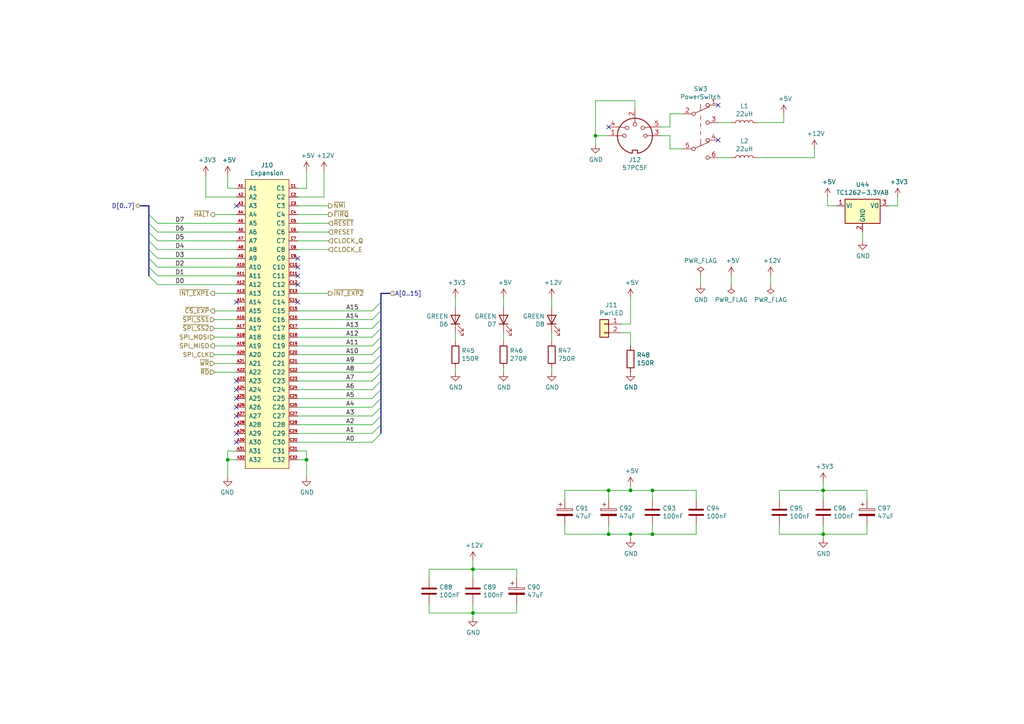
<source format=kicad_sch>
(kicad_sch (version 20211123) (generator eeschema)
  (paper "A4")
  (title_block (title "Y Ddraig Fach") (company "Stephen Moody"))
  (lib_symbols
    (symbol "Connector:DIN-5_180degree" (pin_names (offset 1.016))
      (property "Reference" "J" (at 3.175 5.715 0))
      (property "Value" "DIN-5_180degree" (at 0 -6.35 0))
      (symbol "DIN-5_180degree_0_1"
        (arc (start -5.08 0) (mid -3.8597 -3.3379) (end -0.762 -5.08) (stroke (width 0.254)))
        (circle (center -3.048 0) (radius 0.508))
        (circle (center -2.286 2.286) (radius 0.508))
        (polyline (pts (xy -5.08 0) (xy -3.556 0)))
        (polyline (pts (xy 0 5.08) (xy 0 3.81)))
        (polyline (pts (xy 5.08 0) (xy 3.556 0)))
        (polyline (pts (xy -5.08 2.54) (xy -4.318 2.54) (xy -2.794 2.286)))
        (polyline (pts (xy 5.08 2.54) (xy 4.318 2.54) (xy 2.794 2.286)))
        (polyline (pts (xy -0.762 -4.953) (xy -0.762 -4.191) (xy 0.762 -4.191) (xy 0.762 -4.953)) (stroke (width 0.254)))
        (circle (center 0 3.302) (radius 0.508))
        (arc (start 0.762 -5.08) (mid 3.8673 -3.3444) (end 5.08 0) (stroke (width 0.254)))
        (circle (center 2.286 2.286) (radius 0.508))
        (circle (center 3.048 0) (radius 0.508))
        (arc (start 5.08 0) (mid 0 5.08) (end -5.08 0) (stroke (width 0.254)))
      )
      (symbol "DIN-5_180degree_1_1"
        (pin passive line (at -7.62 0 0) (length 2.54) (name "~") (number "1"))
        (pin passive line (at 0 7.62 270) (length 2.54) (name "~") (number "2"))
        (pin passive line (at 7.62 0 180) (length 2.54) (name "~") (number "3"))
        (pin passive line (at -7.62 2.54 0) (length 2.54) (name "~") (number "4"))
        (pin passive line (at 7.62 2.54 180) (length 2.54) (name "~") (number "5"))
      )
    )
    (symbol "Connector_Generic:Conn_01x02" (pin_names (offset 1.016) hide)
      (property "Reference" "J" (at 0 2.54 0))
      (property "Value" "Conn_01x02" (at 0 -5.08 0))
      (symbol "Conn_01x02_1_1"
        (rectangle (start -1.27 -2.413) (end 0 -2.667) (stroke (width 0.1524)))
        (rectangle (start -1.27 0.127) (end 0 -0.127) (stroke (width 0.1524)))
        (rectangle (start -1.27 1.27) (end 1.27 -3.81) (stroke (width 0.254)) (fill (type background)))
        (pin passive line (at -5.08 0 0) (length 3.81) (name "Pin_1") (number "1"))
        (pin passive line (at -5.08 -2.54 0) (length 3.81) (name "Pin_2") (number "2"))
      )
    )
    (symbol "Ddraig:DIN41612_C64_Male_RA" (pin_names (offset 1.016))
      (property "Reference" "J" (at -11.43 53.34 0))
      (property "Value" "DIN41612_C64_Male_RA" (at -2.54 50.8 0))
      (symbol "DIN41612_C64_Male_RA_0_1"
        (rectangle (start -6.35 48.26) (end 6.35 -35.56) (fill (type background)))
      )
      (symbol "DIN41612_C64_Male_RA_1_1"
        (pin passive line (at -8.89 45.72 0) (length 2.54) (name "A1") (number "A1"))
        (pin passive line (at -8.89 22.86 0) (length 2.54) (name "A10") (number "A10"))
        (pin passive line (at -8.89 20.32 0) (length 2.54) (name "A11") (number "A11"))
        (pin passive line (at -8.89 17.78 0) (length 2.54) (name "A12") (number "A12"))
        (pin passive line (at -8.89 15.24 0) (length 2.54) (name "A13") (number "A13"))
        (pin passive line (at -8.89 12.7 0) (length 2.54) (name "A14") (number "A14"))
        (pin passive line (at -8.89 10.16 0) (length 2.54) (name "A15") (number "A15"))
        (pin passive line (at -8.89 7.62 0) (length 2.54) (name "A16") (number "A16"))
        (pin passive line (at -8.89 5.08 0) (length 2.54) (name "A17") (number "A17"))
        (pin passive line (at -8.89 2.54 0) (length 2.54) (name "A18") (number "A18"))
        (pin passive line (at -8.89 0 0) (length 2.54) (name "A19") (number "A19"))
        (pin passive line (at -8.89 43.18 0) (length 2.54) (name "A2") (number "A2"))
        (pin passive line (at -8.89 -2.54 0) (length 2.54) (name "A20") (number "A20"))
        (pin passive line (at -8.89 -5.08 0) (length 2.54) (name "A21") (number "A21"))
        (pin passive line (at -8.89 -7.62 0) (length 2.54) (name "A22") (number "A22"))
        (pin passive line (at -8.89 -10.16 0) (length 2.54) (name "A23") (number "A23"))
        (pin passive line (at -8.89 -12.7 0) (length 2.54) (name "A24") (number "A24"))
        (pin passive line (at -8.89 -15.24 0) (length 2.54) (name "A25") (number "A25"))
        (pin passive line (at -8.89 -17.78 0) (length 2.54) (name "A26") (number "A26"))
        (pin passive line (at -8.89 -20.32 0) (length 2.54) (name "A27") (number "A27"))
        (pin passive line (at -8.89 -22.86 0) (length 2.54) (name "A28") (number "A28"))
        (pin passive line (at -8.89 -25.4 0) (length 2.54) (name "A29") (number "A29"))
        (pin passive line (at -8.89 40.64 0) (length 2.54) (name "A3") (number "A3"))
        (pin passive line (at -8.89 -27.94 0) (length 2.54) (name "A30") (number "A30"))
        (pin passive line (at -8.89 -30.48 0) (length 2.54) (name "A31") (number "A31"))
        (pin passive line (at -8.89 -33.02 0) (length 2.54) (name "A32") (number "A32"))
        (pin passive line (at -8.89 38.1 0) (length 2.54) (name "A4") (number "A4"))
        (pin passive line (at -8.89 35.56 0) (length 2.54) (name "A5") (number "A5"))
        (pin passive line (at -8.89 33.02 0) (length 2.54) (name "A6") (number "A6"))
        (pin passive line (at -8.89 30.48 0) (length 2.54) (name "A7") (number "A7"))
        (pin passive line (at -8.89 27.94 0) (length 2.54) (name "A8") (number "A8"))
        (pin passive line (at -8.89 25.4 0) (length 2.54) (name "A9") (number "A9"))
        (pin passive line (at 8.89 45.72 180) (length 2.54) (name "C1") (number "C1"))
        (pin passive line (at 8.89 22.86 180) (length 2.54) (name "C10") (number "C10"))
        (pin passive line (at 8.89 20.32 180) (length 2.54) (name "C11") (number "C11"))
        (pin passive line (at 8.89 17.78 180) (length 2.54) (name "C12") (number "C12"))
        (pin passive line (at 8.89 15.24 180) (length 2.54) (name "C13") (number "C13"))
        (pin passive line (at 8.89 12.7 180) (length 2.54) (name "C14") (number "C14"))
        (pin passive line (at 8.89 10.16 180) (length 2.54) (name "C15") (number "C15"))
        (pin passive line (at 8.89 7.62 180) (length 2.54) (name "C16") (number "C16"))
        (pin passive line (at 8.89 5.08 180) (length 2.54) (name "C17") (number "C17"))
        (pin passive line (at 8.89 2.54 180) (length 2.54) (name "C18") (number "C18"))
        (pin passive line (at 8.89 0 180) (length 2.54) (name "C19") (number "C19"))
        (pin passive line (at 8.89 43.18 180) (length 2.54) (name "C2") (number "C2"))
        (pin passive line (at 8.89 -2.54 180) (length 2.54) (name "C20") (number "C20"))
        (pin passive line (at 8.89 -5.08 180) (length 2.54) (name "C21") (number "C21"))
        (pin passive line (at 8.89 -7.62 180) (length 2.54) (name "C22") (number "C22"))
        (pin passive line (at 8.89 -10.16 180) (length 2.54) (name "C23") (number "C23"))
        (pin passive line (at 8.89 -12.7 180) (length 2.54) (name "C24") (number "C24"))
        (pin passive line (at 8.89 -15.24 180) (length 2.54) (name "C25") (number "C25"))
        (pin passive line (at 8.89 -17.78 180) (length 2.54) (name "C26") (number "C26"))
        (pin passive line (at 8.89 -20.32 180) (length 2.54) (name "C27") (number "C27"))
        (pin passive line (at 8.89 -22.86 180) (length 2.54) (name "C28") (number "C28"))
        (pin passive line (at 8.89 -25.4 180) (length 2.54) (name "C29") (number "C29"))
        (pin passive line (at 8.89 40.64 180) (length 2.54) (name "C3") (number "C3"))
        (pin passive line (at 8.89 -27.94 180) (length 2.54) (name "C30") (number "C30"))
        (pin passive line (at 8.89 -30.48 180) (length 2.54) (name "C31") (number "C31"))
        (pin passive line (at 8.89 -33.02 180) (length 2.54) (name "C32") (number "C32"))
        (pin passive line (at 8.89 38.1 180) (length 2.54) (name "C4") (number "C4"))
        (pin passive line (at 8.89 35.56 180) (length 2.54) (name "C5") (number "C5"))
        (pin passive line (at 8.89 33.02 180) (length 2.54) (name "C6") (number "C6"))
        (pin passive line (at 8.89 30.48 180) (length 2.54) (name "C7") (number "C7"))
        (pin passive line (at 8.89 27.94 180) (length 2.54) (name "C8") (number "C8"))
        (pin passive line (at 8.89 25.4 180) (length 2.54) (name "C9") (number "C9"))
      )
    )
    (symbol "Device:C" (pin_numbers hide) (pin_names (offset 0.254))
      (property "Reference" "C" (at 0.635 2.54 0))
      (property "Value" "C" (at 0.635 -2.54 0))
      (symbol "C_0_1"
        (polyline (pts (xy -2.032 -0.762) (xy 2.032 -0.762)) (stroke (width 0.508)))
        (polyline (pts (xy -2.032 0.762) (xy 2.032 0.762)) (stroke (width 0.508)))
      )
      (symbol "C_1_1"
        (pin passive line (at 0 3.81 270) (length 2.794) (name "~") (number "1"))
        (pin passive line (at 0 -3.81 90) (length 2.794) (name "~") (number "2"))
      )
    )
    (symbol "Device:C_Polarized" (pin_numbers hide) (pin_names (offset 0.254))
      (property "Reference" "C" (at 0.635 2.54 0))
      (property "Value" "C_Polarized" (at 0.635 -2.54 0))
      (symbol "C_Polarized_0_1"
        (rectangle (start -2.286 0.508) (end 2.286 1.016))
        (polyline (pts (xy -1.778 2.286) (xy -0.762 2.286)))
        (polyline (pts (xy -1.27 2.794) (xy -1.27 1.778)))
        (rectangle (start 2.286 -0.508) (end -2.286 -1.016) (fill (type outline)))
      )
      (symbol "C_Polarized_1_1"
        (pin passive line (at 0 3.81 270) (length 2.794) (name "~") (number "1"))
        (pin passive line (at 0 -3.81 90) (length 2.794) (name "~") (number "2"))
      )
    )
    (symbol "Device:L" (pin_numbers hide) (pin_names (offset 1.016) hide)
      (property "Reference" "L" (at -1.27 0 90))
      (property "Value" "L" (at 1.905 0 90))
      (symbol "L_0_1"
        (arc (start 0 -2.54) (mid 0.635 -1.905) (end 0 -1.27))
        (arc (start 0 -1.27) (mid 0.635 -0.635) (end 0 0))
        (arc (start 0 0) (mid 0.635 0.635) (end 0 1.27))
        (arc (start 0 1.27) (mid 0.635 1.905) (end 0 2.54))
      )
      (symbol "L_1_1"
        (pin passive line (at 0 3.81 270) (length 1.27) (name "1") (number "1"))
        (pin passive line (at 0 -3.81 90) (length 1.27) (name "2") (number "2"))
      )
    )
    (symbol "Device:LED" (pin_numbers hide) (pin_names (offset 1.016) hide)
      (property "Reference" "D" (at 0 2.54 0))
      (property "Value" "LED" (at 0 -2.54 0))
      (symbol "LED_0_1"
        (polyline (pts (xy -1.27 -1.27) (xy -1.27 1.27)) (stroke (width 0.254)))
        (polyline (pts (xy -1.27 0) (xy 1.27 0)))
        (polyline (pts (xy 1.27 -1.27) (xy 1.27 1.27) (xy -1.27 0) (xy 1.27 -1.27)) (stroke (width 0.254)))
        (polyline (pts (xy -3.048 -0.762) (xy -4.572 -2.286) (xy -3.81 -2.286) (xy -4.572 -2.286) (xy -4.572 -1.524)))
        (polyline (pts (xy -1.778 -0.762) (xy -3.302 -2.286) (xy -2.54 -2.286) (xy -3.302 -2.286) (xy -3.302 -1.524)))
      )
      (symbol "LED_1_1"
        (pin passive line (at -3.81 0 0) (length 2.54) (name "K") (number "1"))
        (pin passive line (at 3.81 0 180) (length 2.54) (name "A") (number "2"))
      )
    )
    (symbol "Device:R" (pin_numbers hide) (pin_names (offset 0))
      (property "Reference" "R" (at 2.032 0 90))
      (property "Value" "R" (at 0 0 90))
      (symbol "R_0_1"
        (rectangle (start -1.016 -2.54) (end 1.016 2.54) (stroke (width 0.254)))
      )
      (symbol "R_1_1"
        (pin passive line (at 0 3.81 270) (length 1.27) (name "~") (number "1"))
        (pin passive line (at 0 -3.81 90) (length 1.27) (name "~") (number "2"))
      )
    )
    (symbol "Regulator_Linear:TC1262-33" (pin_names (offset 0.254))
      (property "Reference" "U" (at -3.81 3.175 0))
      (property "Value" "TC1262-33" (at 0 3.175 0))
      (symbol "TC1262-33_1_1"
        (rectangle (start -5.08 1.905) (end 5.08 -5.08) (stroke (width 0.254)) (fill (type background)))
        (pin power_in line (at -7.62 0 0) (length 2.54) (name "VI") (number "1"))
        (pin power_in line (at 0 -7.62 90) (length 2.54) (name "GND") (number "2"))
        (pin power_out line (at 7.62 0 180) (length 2.54) (name "VO") (number "3"))
      )
    )
    (symbol "Switch:SW_Push_DPDT" (pin_names (offset 0) hide)
      (property "Reference" "SW" (at 0 8.89 0))
      (property "Value" "SW_Push_DPDT" (at 0 -10.16 0))
      (symbol "SW_Push_DPDT_0_0"
        (circle (center -2.032 -5.08) (radius 0.508))
        (circle (center -2.032 5.08) (radius 0.508))
        (circle (center 2.032 -7.62) (radius 0.508))
        (circle (center 2.032 2.54) (radius 0.508))
      )
      (symbol "SW_Push_DPDT_0_1"
        (polyline (pts (xy -1.524 -4.826) (xy 2.54 -3.048)))
        (polyline (pts (xy -1.524 5.334) (xy 2.54 7.112)))
        (polyline (pts (xy 0 -2.286) (xy 0 -4.064)))
        (polyline (pts (xy 0 -1.016) (xy 0 0)))
        (polyline (pts (xy 0 1.27) (xy 0 2.286)))
        (polyline (pts (xy 0 3.556) (xy 0 4.572)))
        (polyline (pts (xy 0 7.874) (xy 0 6.096)))
        (circle (center 2.032 -2.54) (radius 0.508))
        (circle (center 2.032 7.62) (radius 0.508))
      )
      (symbol "SW_Push_DPDT_1_1"
        (pin passive line (at 5.08 7.62 180) (length 2.54) (name "A") (number "1"))
        (pin passive line (at -5.08 5.08 0) (length 2.54) (name "B") (number "2"))
        (pin passive line (at 5.08 2.54 180) (length 2.54) (name "C") (number "3"))
        (pin passive line (at 5.08 -2.54 180) (length 2.54) (name "A") (number "4"))
        (pin passive line (at -5.08 -5.08 0) (length 2.54) (name "B") (number "5"))
        (pin passive line (at 5.08 -7.62 180) (length 2.54) (name "C") (number "6"))
      )
    )
    (symbol "power:+12V" (power) (pin_names (offset 0))
      (property "Value" "+12V" (at 0 3.556 0))
      (symbol "+12V_0_1"
        (polyline (pts (xy -0.762 1.27) (xy 0 2.54)))
        (polyline (pts (xy 0 0) (xy 0 2.54)))
        (polyline (pts (xy 0 2.54) (xy 0.762 1.27)))
      )
      (symbol "+12V_1_1"
        (pin power_in line (at 0 0 90) (length 0) hide (name "+12V") (number "1"))
      )
    )
    (symbol "power:+3V3" (power) (pin_names (offset 0))
      (property "Value" "+3V3" (at 0 3.556 0))
      (symbol "+3V3_0_1"
        (polyline (pts (xy -0.762 1.27) (xy 0 2.54)))
        (polyline (pts (xy 0 0) (xy 0 2.54)))
        (polyline (pts (xy 0 2.54) (xy 0.762 1.27)))
      )
      (symbol "+3V3_1_1"
        (pin power_in line (at 0 0 90) (length 0) hide (name "+3V3") (number "1"))
      )
    )
    (symbol "power:+5V" (power) (pin_names (offset 0))
      (property "Value" "+5V" (at 0 3.556 0))
      (symbol "+5V_0_1"
        (polyline (pts (xy -0.762 1.27) (xy 0 2.54)))
        (polyline (pts (xy 0 0) (xy 0 2.54)))
        (polyline (pts (xy 0 2.54) (xy 0.762 1.27)))
      )
      (symbol "+5V_1_1"
        (pin power_in line (at 0 0 90) (length 0) hide (name "+5V") (number "1"))
      )
    )
    (symbol "power:GND" (power) (pin_names (offset 0))
      (property "Value" "GND" (at 0 -3.81 0))
      (symbol "GND_0_1"
        (polyline (pts (xy 0 0) (xy 0 -1.27) (xy 1.27 -1.27) (xy 0 -2.54) (xy -1.27 -1.27) (xy 0 -1.27)))
      )
      (symbol "GND_1_1"
        (pin power_in line (at 0 0 270) (length 0) hide (name "GND") (number "1"))
      )
    )
    (symbol "power:PWR_FLAG" (power) (pin_numbers hide) (pin_names (offset 0) hide)
      (property "Value" "PWR_FLAG" (at 0 3.81 0))
      (symbol "PWR_FLAG_0_0"
        (pin power_out line (at 0 0 90) (length 0) (name "pwr") (number "1"))
      )
      (symbol "PWR_FLAG_0_1"
        (polyline (pts (xy 0 0) (xy 0 1.27) (xy -1.016 1.905) (xy 0 2.54) (xy 1.016 1.905) (xy 0 1.27)))
      )
    )
  )
  (junction (at 137.16 177.8))
  (junction (at 176.53 142.24))
  (junction (at 172.72 39.37))
  (junction (at 238.76 142.24))
  (junction (at 66.04 133.35))
  (junction (at 176.53 154.94))
  (junction (at 238.76 154.94))
  (junction (at 182.88 142.24))
  (junction (at 137.16 165.1))
  (junction (at 182.88 154.94))
  (junction (at 88.9 133.35))
  (junction (at 189.23 154.94))
  (junction (at 189.23 142.24))
  (no_connect (at 68.58 87.63))
  (no_connect (at 86.36 82.55))
  (no_connect (at 86.36 74.93))
  (no_connect (at 68.58 59.69))
  (no_connect (at 86.36 80.01))
  (no_connect (at 68.58 123.19))
  (no_connect (at 86.36 77.47))
  (no_connect (at 68.58 118.11))
  (no_connect (at 176.53 36.83))
  (no_connect (at 68.58 113.03))
  (no_connect (at 208.28 30.48))
  (no_connect (at 68.58 128.27))
  (no_connect (at 68.58 120.65))
  (no_connect (at 68.58 110.49))
  (no_connect (at 86.36 87.63))
  (no_connect (at 68.58 125.73))
  (no_connect (at 68.58 115.57))
  (no_connect (at 208.28 40.64))
  (bus_entry (at 110.49 110.49) (size -2.54 2.54))
  (bus_entry (at 110.49 95.25) (size -2.54 2.54))
  (bus_entry (at 110.49 105.41) (size -2.54 2.54))
  (bus_entry (at 110.49 118.11) (size -2.54 2.54))
  (bus_entry (at 110.49 125.73) (size -2.54 2.54))
  (bus_entry (at 43.18 72.39) (size 2.54 2.54))
  (bus_entry (at 110.49 92.71) (size -2.54 2.54))
  (bus_entry (at 110.49 97.79) (size -2.54 2.54))
  (bus_entry (at 110.49 120.65) (size -2.54 2.54))
  (bus_entry (at 110.49 100.33) (size -2.54 2.54))
  (bus_entry (at 43.18 62.23) (size 2.54 2.54))
  (bus_entry (at 110.49 107.95) (size -2.54 2.54))
  (bus_entry (at 110.49 87.63) (size -2.54 2.54))
  (bus_entry (at 43.18 69.85) (size 2.54 2.54))
  (bus_entry (at 110.49 115.57) (size -2.54 2.54))
  (bus_entry (at 43.18 67.31) (size 2.54 2.54))
  (bus_entry (at 110.49 123.19) (size -2.54 2.54))
  (bus_entry (at 43.18 64.77) (size 2.54 2.54))
  (bus_entry (at 43.18 74.93) (size 2.54 2.54))
  (bus_entry (at 110.49 113.03) (size -2.54 2.54))
  (bus_entry (at 110.49 102.87) (size -2.54 2.54))
  (bus_entry (at 110.49 90.17) (size -2.54 2.54))
  (bus_entry (at 43.18 80.01) (size 2.54 2.54))
  (bus_entry (at 43.18 77.47) (size 2.54 2.54))
  (wire (pts (xy 95.25 59.69) (xy 86.36 59.69)))
  (wire (pts (xy 238.76 154.94) (xy 251.46 154.94)))
  (wire (pts (xy 219.71 35.56) (xy 227.33 35.56)))
  (wire (pts (xy 208.28 35.56) (xy 212.09 35.56)))
  (wire (pts (xy 86.36 100.33) (xy 107.95 100.33)))
  (wire (pts (xy 62.23 107.95) (xy 68.58 107.95)))
  (bus (pts (xy 43.18 64.77) (xy 43.18 67.31)))
  (wire (pts (xy 137.16 167.64) (xy 137.16 165.1)))
  (wire (pts (xy 149.86 175.26) (xy 149.86 177.8)))
  (wire (pts (xy 176.53 152.4) (xy 176.53 154.94)))
  (wire (pts (xy 160.02 107.95) (xy 160.02 106.68)))
  (bus (pts (xy 43.18 62.23) (xy 43.18 64.77)))
  (wire (pts (xy 62.23 62.23) (xy 68.58 62.23)))
  (bus (pts (xy 43.18 59.69) (xy 43.18 62.23)))
  (wire (pts (xy 88.9 54.61) (xy 88.9 49.53)))
  (wire (pts (xy 260.35 59.69) (xy 260.35 57.15)))
  (wire (pts (xy 88.9 133.35) (xy 88.9 130.81)))
  (wire (pts (xy 86.36 120.65) (xy 107.95 120.65)))
  (wire (pts (xy 184.15 29.21) (xy 172.72 29.21)))
  (wire (pts (xy 132.08 86.36) (xy 132.08 88.9)))
  (wire (pts (xy 176.53 39.37) (xy 172.72 39.37)))
  (wire (pts (xy 180.34 96.52) (xy 182.88 96.52)))
  (wire (pts (xy 189.23 144.78) (xy 189.23 142.24)))
  (bus (pts (xy 110.49 97.79) (xy 110.49 100.33)))
  (wire (pts (xy 86.36 97.79) (xy 107.95 97.79)))
  (wire (pts (xy 189.23 154.94) (xy 201.93 154.94)))
  (wire (pts (xy 66.04 133.35) (xy 66.04 130.81)))
  (wire (pts (xy 146.05 107.95) (xy 146.05 106.68)))
  (wire (pts (xy 240.03 57.15) (xy 240.03 59.69)))
  (wire (pts (xy 203.2 82.55) (xy 203.2 80.01)))
  (wire (pts (xy 86.36 92.71) (xy 107.95 92.71)))
  (wire (pts (xy 66.04 138.43) (xy 66.04 133.35)))
  (bus (pts (xy 110.49 120.65) (xy 110.49 123.19)))
  (wire (pts (xy 212.09 82.55) (xy 212.09 80.01)))
  (wire (pts (xy 176.53 144.78) (xy 176.53 142.24)))
  (wire (pts (xy 227.33 35.56) (xy 227.33 33.02)))
  (bus (pts (xy 43.18 69.85) (xy 43.18 72.39)))
  (wire (pts (xy 86.36 128.27) (xy 107.95 128.27)))
  (wire (pts (xy 86.36 107.95) (xy 107.95 107.95)))
  (wire (pts (xy 95.25 85.09) (xy 86.36 85.09)))
  (wire (pts (xy 163.83 142.24) (xy 176.53 142.24)))
  (bus (pts (xy 43.18 77.47) (xy 43.18 80.01)))
  (wire (pts (xy 86.36 110.49) (xy 107.95 110.49)))
  (bus (pts (xy 110.49 87.63) (xy 110.49 90.17)))
  (bus (pts (xy 110.49 90.17) (xy 110.49 92.71)))
  (bus (pts (xy 43.18 67.31) (xy 43.18 69.85)))
  (bus (pts (xy 110.49 85.09) (xy 113.03 85.09)))
  (wire (pts (xy 124.46 167.64) (xy 124.46 165.1)))
  (wire (pts (xy 182.88 140.97) (xy 182.88 142.24)))
  (wire (pts (xy 45.72 69.85) (xy 68.58 69.85)))
  (bus (pts (xy 110.49 107.95) (xy 110.49 110.49)))
  (bus (pts (xy 110.49 110.49) (xy 110.49 113.03)))
  (wire (pts (xy 182.88 142.24) (xy 189.23 142.24)))
  (wire (pts (xy 182.88 86.36) (xy 182.88 93.98)))
  (wire (pts (xy 88.9 138.43) (xy 88.9 133.35)))
  (wire (pts (xy 172.72 39.37) (xy 172.72 41.91)))
  (wire (pts (xy 86.36 67.31) (xy 95.25 67.31)))
  (wire (pts (xy 137.16 175.26) (xy 137.16 177.8)))
  (wire (pts (xy 62.23 100.33) (xy 68.58 100.33)))
  (wire (pts (xy 191.77 36.83) (xy 194.31 36.83)))
  (wire (pts (xy 180.34 93.98) (xy 182.88 93.98)))
  (wire (pts (xy 124.46 177.8) (xy 137.16 177.8)))
  (wire (pts (xy 257.81 59.69) (xy 260.35 59.69)))
  (bus (pts (xy 110.49 105.41) (xy 110.49 107.95)))
  (wire (pts (xy 137.16 177.8) (xy 149.86 177.8)))
  (wire (pts (xy 182.88 156.21) (xy 182.88 154.94)))
  (wire (pts (xy 66.04 130.81) (xy 68.58 130.81)))
  (wire (pts (xy 194.31 33.02) (xy 198.12 33.02)))
  (bus (pts (xy 110.49 113.03) (xy 110.49 115.57)))
  (wire (pts (xy 201.93 154.94) (xy 201.93 152.4)))
  (wire (pts (xy 132.08 99.06) (xy 132.08 96.52)))
  (wire (pts (xy 86.36 113.03) (xy 107.95 113.03)))
  (wire (pts (xy 240.03 59.69) (xy 242.57 59.69)))
  (wire (pts (xy 146.05 99.06) (xy 146.05 96.52)))
  (wire (pts (xy 45.72 74.93) (xy 68.58 74.93)))
  (wire (pts (xy 250.19 69.85) (xy 250.19 67.31)))
  (wire (pts (xy 251.46 144.78) (xy 251.46 142.24)))
  (wire (pts (xy 86.36 125.73) (xy 107.95 125.73)))
  (wire (pts (xy 66.04 133.35) (xy 68.58 133.35)))
  (wire (pts (xy 62.23 102.87) (xy 68.58 102.87)))
  (wire (pts (xy 45.72 77.47) (xy 68.58 77.47)))
  (wire (pts (xy 45.72 72.39) (xy 68.58 72.39)))
  (wire (pts (xy 182.88 154.94) (xy 176.53 154.94)))
  (wire (pts (xy 137.16 162.56) (xy 137.16 165.1)))
  (wire (pts (xy 238.76 144.78) (xy 238.76 142.24)))
  (wire (pts (xy 62.23 90.17) (xy 68.58 90.17)))
  (wire (pts (xy 194.31 43.18) (xy 198.12 43.18)))
  (bus (pts (xy 110.49 102.87) (xy 110.49 105.41)))
  (wire (pts (xy 137.16 179.07) (xy 137.16 177.8)))
  (wire (pts (xy 172.72 29.21) (xy 172.72 39.37)))
  (wire (pts (xy 62.23 97.79) (xy 68.58 97.79)))
  (bus (pts (xy 110.49 115.57) (xy 110.49 118.11)))
  (wire (pts (xy 251.46 152.4) (xy 251.46 154.94)))
  (bus (pts (xy 110.49 100.33) (xy 110.49 102.87)))
  (bus (pts (xy 110.49 95.25) (xy 110.49 97.79)))
  (wire (pts (xy 226.06 142.24) (xy 238.76 142.24)))
  (wire (pts (xy 86.36 90.17) (xy 107.95 90.17)))
  (wire (pts (xy 251.46 142.24) (xy 238.76 142.24)))
  (bus (pts (xy 43.18 74.93) (xy 43.18 77.47)))
  (wire (pts (xy 238.76 152.4) (xy 238.76 154.94)))
  (wire (pts (xy 86.36 105.41) (xy 107.95 105.41)))
  (wire (pts (xy 62.23 85.09) (xy 68.58 85.09)))
  (wire (pts (xy 160.02 86.36) (xy 160.02 88.9)))
  (wire (pts (xy 86.36 123.19) (xy 107.95 123.19)))
  (wire (pts (xy 59.69 50.8) (xy 59.69 57.15)))
  (wire (pts (xy 45.72 80.01) (xy 68.58 80.01)))
  (wire (pts (xy 236.22 45.72) (xy 236.22 43.18)))
  (wire (pts (xy 86.36 102.87) (xy 107.95 102.87)))
  (wire (pts (xy 86.36 54.61) (xy 88.9 54.61)))
  (wire (pts (xy 238.76 156.21) (xy 238.76 154.94)))
  (wire (pts (xy 182.88 142.24) (xy 176.53 142.24)))
  (wire (pts (xy 189.23 152.4) (xy 189.23 154.94)))
  (bus (pts (xy 43.18 72.39) (xy 43.18 74.93)))
  (wire (pts (xy 226.06 154.94) (xy 238.76 154.94)))
  (wire (pts (xy 86.36 72.39) (xy 95.25 72.39)))
  (wire (pts (xy 86.36 69.85) (xy 95.25 69.85)))
  (bus (pts (xy 110.49 123.19) (xy 110.49 125.73)))
  (wire (pts (xy 68.58 54.61) (xy 66.04 54.61)))
  (wire (pts (xy 194.31 39.37) (xy 194.31 43.18)))
  (wire (pts (xy 149.86 167.64) (xy 149.86 165.1)))
  (wire (pts (xy 201.93 142.24) (xy 201.93 144.78)))
  (wire (pts (xy 124.46 165.1) (xy 137.16 165.1)))
  (wire (pts (xy 86.36 64.77) (xy 95.25 64.77)))
  (bus (pts (xy 110.49 92.71) (xy 110.49 95.25)))
  (wire (pts (xy 93.98 57.15) (xy 93.98 49.53)))
  (wire (pts (xy 62.23 105.41) (xy 68.58 105.41)))
  (wire (pts (xy 86.36 95.25) (xy 107.95 95.25)))
  (wire (pts (xy 45.72 67.31) (xy 68.58 67.31)))
  (wire (pts (xy 86.36 62.23) (xy 95.25 62.23)))
  (wire (pts (xy 149.86 165.1) (xy 137.16 165.1)))
  (wire (pts (xy 163.83 144.78) (xy 163.83 142.24)))
  (wire (pts (xy 86.36 57.15) (xy 93.98 57.15)))
  (wire (pts (xy 59.69 57.15) (xy 68.58 57.15)))
  (wire (pts (xy 184.15 31.75) (xy 184.15 29.21)))
  (wire (pts (xy 88.9 130.81) (xy 86.36 130.81)))
  (wire (pts (xy 88.9 133.35) (xy 86.36 133.35)))
  (wire (pts (xy 45.72 64.77) (xy 68.58 64.77)))
  (wire (pts (xy 62.23 92.71) (xy 68.58 92.71)))
  (wire (pts (xy 226.06 152.4) (xy 226.06 154.94)))
  (wire (pts (xy 132.08 107.95) (xy 132.08 106.68)))
  (wire (pts (xy 146.05 86.36) (xy 146.05 88.9)))
  (wire (pts (xy 66.04 54.61) (xy 66.04 50.8)))
  (wire (pts (xy 160.02 99.06) (xy 160.02 96.52)))
  (wire (pts (xy 45.72 82.55) (xy 68.58 82.55)))
  (wire (pts (xy 182.88 154.94) (xy 189.23 154.94)))
  (bus (pts (xy 43.18 59.69) (xy 40.64 59.69)))
  (wire (pts (xy 191.77 39.37) (xy 194.31 39.37)))
  (wire (pts (xy 208.28 45.72) (xy 212.09 45.72)))
  (wire (pts (xy 86.36 118.11) (xy 107.95 118.11)))
  (wire (pts (xy 238.76 139.7) (xy 238.76 142.24)))
  (wire (pts (xy 62.23 95.25) (xy 68.58 95.25)))
  (wire (pts (xy 219.71 45.72) (xy 236.22 45.72)))
  (wire (pts (xy 163.83 152.4) (xy 163.83 154.94)))
  (wire (pts (xy 223.52 80.01) (xy 223.52 82.55)))
  (wire (pts (xy 163.83 154.94) (xy 176.53 154.94)))
  (wire (pts (xy 194.31 36.83) (xy 194.31 33.02)))
  (wire (pts (xy 189.23 142.24) (xy 201.93 142.24)))
  (bus (pts (xy 110.49 118.11) (xy 110.49 120.65)))
  (wire (pts (xy 86.36 115.57) (xy 107.95 115.57)))
  (bus (pts (xy 110.49 85.09) (xy 110.49 87.63)))
  (wire (pts (xy 182.88 96.52) (xy 182.88 100.33)))
  (wire (pts (xy 226.06 144.78) (xy 226.06 142.24)))
  (wire (pts (xy 124.46 175.26) (xy 124.46 177.8)))
  (label "A5" (at 100.33 115.57 0))
  (label "A9" (at 100.33 105.41 0))
  (label "A10" (at 100.33 102.87 0))
  (label "D2" (at 50.8 77.47 0))
  (label "A11" (at 100.33 100.33 0))
  (label "A15" (at 100.33 90.17 0))
  (label "A7" (at 100.33 110.49 0))
  (label "D0" (at 50.8 82.55 0))
  (label "D6" (at 50.8 67.31 0))
  (label "D1" (at 50.8 80.01 0))
  (label "A3" (at 100.33 120.65 0))
  (label "A0" (at 100.33 128.27 0))
  (label "A13" (at 100.33 95.25 0))
  (label "A14" (at 100.33 92.71 0))
  (label "D5" (at 50.8 69.85 0))
  (label "A12" (at 100.33 97.79 0))
  (label "A1" (at 100.33 125.73 0))
  (label "D3" (at 50.8 74.93 0))
  (label "A2" (at 100.33 123.19 0))
  (label "A8" (at 100.33 107.95 0))
  (label "A4" (at 100.33 118.11 0))
  (label "D4" (at 50.8 72.39 0))
  (label "A6" (at 100.33 113.03 0))
  (label "D7" (at 50.8 64.77 0))
  (hierarchical_label "~{RESET}" (shape input) (at 95.25 64.77 0))
  (hierarchical_label "RESET" (shape input) (at 95.25 67.31 0))
  (hierarchical_label "CLOCK_E" (shape input) (at 95.25 72.39 0))
  (hierarchical_label "CLOCK_Q" (shape input) (at 95.25 69.85 0))
  (hierarchical_label "~{INT_EXP1}" (shape output) (at 62.23 85.09 180))
  (hierarchical_label "~{SPI_SS1}" (shape input) (at 62.23 92.71 180))
  (hierarchical_label "D[0..7]" (shape bidirectional) (at 40.64 59.69 180))
  (hierarchical_label "~{SPI_SS2}" (shape input) (at 62.23 95.25 180))
  (hierarchical_label "~{WR}" (shape input) (at 62.23 105.41 180))
  (hierarchical_label "~{NMI}" (shape output) (at 95.25 59.69 0))
  (hierarchical_label "~{RD}" (shape input) (at 62.23 107.95 180))
  (hierarchical_label "~{INT_EXP2}" (shape output) (at 95.25 85.09 0))
  (hierarchical_label "SPI_CLK" (shape input) (at 62.23 102.87 180))
  (hierarchical_label "~{FIRQ}" (shape output) (at 95.25 62.23 0))
  (hierarchical_label "SPI_MISO" (shape output) (at 62.23 100.33 180))
  (hierarchical_label "~{HALT}" (shape output) (at 62.23 62.23 180))
  (hierarchical_label "~{CS_EXP}" (shape output) (at 62.23 90.17 180))
  (hierarchical_label "SPI_MOSI" (shape input) (at 62.23 97.79 180))
  (hierarchical_label "A[0..15]" (shape input) (at 113.03 85.09 0))
  (symbol (lib_id "Regulator_Linear:TC1262-33") (at 250.19 59.69 0) (unit 1)
    (property "Reference" "U44" (at 250.19 53.5432 0))
    (property "Value" "TC1262-3.3VAB" (at 250.19 55.8546 0))
    (property "Footprint" "Package_TO_SOT_THT:TO-220-3_Horizontal_TabDown" (effects hide))
    (property "Datasheet" "http://ww1.microchip.com/downloads/en/DeviceDoc/21373C.pdf" (effects hide))
  )
  (symbol (lib_id "power:GND") (at 250.19 69.85 0) (unit 1)
    (property "Reference" "#PWR0209" (effects hide))
    (property "Value" "GND" (at 250.317 74.2442 0))
  )
  (symbol (lib_id "power:+5V") (at 240.03 57.15 0) (unit 1)
    (property "Reference" "#PWR0208" (effects hide))
    (property "Value" "+5V" (at 240.411 52.7558 0))
  )
  (symbol (lib_id "power:+3V3") (at 260.35 57.15 0) (unit 1)
    (property "Reference" "#PWR0210" (effects hide))
    (property "Value" "+3V3" (at 260.731 52.7558 0))
  )
  (symbol (lib_id "power:PWR_FLAG") (at 203.2 80.01 0) (unit 1)
    (property "Reference" "#FLG02" (effects hide))
    (property "Value" "PWR_FLAG" (at 203.2 75.6158 0))
  )
  (symbol (lib_id "power:PWR_FLAG") (at 212.09 82.55 180) (unit 1)
    (property "Reference" "#FLG03" (effects hide))
    (property "Value" "PWR_FLAG" (at 212.09 86.9442 0))
  )
  (symbol (lib_id "power:GND") (at 203.2 82.55 0) (unit 1)
    (property "Reference" "#PWR0201" (effects hide))
    (property "Value" "GND" (at 203.327 86.9442 0))
  )
  (symbol (lib_id "power:PWR_FLAG") (at 223.52 82.55 180) (unit 1)
    (property "Reference" "#FLG04" (effects hide))
    (property "Value" "PWR_FLAG" (at 223.52 86.9442 0))
  )
  (symbol (lib_id "power:+5V") (at 212.09 80.01 0) (unit 1)
    (property "Reference" "#PWR0202" (effects hide))
    (property "Value" "+5V" (at 212.471 75.6158 0))
  )
  (symbol (lib_id "power:+12V") (at 223.52 80.01 0) (unit 1)
    (property "Reference" "#PWR0203" (effects hide))
    (property "Value" "+12V" (at 223.901 75.6158 0))
  )
  (symbol (lib_id "Device:LED") (at 132.08 92.71 90) (unit 1)
    (property "Reference" "D6" (at 130.048 94.0562 90) (effects (justify left)))
    (property "Value" "GREEN" (at 130.048 91.7448 90) (effects (justify left)))
    (property "Footprint" "LED_THT:LED_D5.0mm" (effects hide))
  )
  (symbol (lib_id "Device:R") (at 132.08 102.87 0) (unit 1)
    (property "Reference" "R45" (at 133.858 101.7016 0) (effects (justify left)))
    (property "Value" "150R" (at 133.858 104.013 0) (effects (justify left)))
    (property "Footprint" "Resistor_THT:R_Axial_DIN0207_L6.3mm_D2.5mm_P10.16mm_Horizontal" (effects hide))
  )
  (symbol (lib_id "power:GND") (at 132.08 107.95 0) (unit 1)
    (property "Reference" "#PWR0189" (effects hide))
    (property "Value" "GND" (at 132.207 112.3442 0))
  )
  (symbol (lib_id "power:+3V3") (at 132.08 86.36 0) (unit 1)
    (property "Reference" "#PWR0188" (effects hide))
    (property "Value" "+3V3" (at 132.461 81.9658 0))
  )
  (symbol (lib_id "Device:R") (at 146.05 102.87 0) (unit 1)
    (property "Reference" "R46" (at 147.828 101.7016 0) (effects (justify left)))
    (property "Value" "270R" (at 147.828 104.013 0) (effects (justify left)))
    (property "Footprint" "Resistor_THT:R_Axial_DIN0207_L6.3mm_D2.5mm_P10.16mm_Horizontal" (effects hide))
  )
  (symbol (lib_id "Device:LED") (at 146.05 92.71 90) (unit 1)
    (property "Reference" "D7" (at 144.018 94.0562 90) (effects (justify left)))
    (property "Value" "GREEN" (at 144.018 91.7448 90) (effects (justify left)))
    (property "Footprint" "LED_THT:LED_D5.0mm" (effects hide))
  )
  (symbol (lib_id "power:GND") (at 146.05 107.95 0) (unit 1)
    (property "Reference" "#PWR0193" (effects hide))
    (property "Value" "GND" (at 146.177 112.3442 0))
  )
  (symbol (lib_id "Device:R") (at 160.02 102.87 0) (unit 1)
    (property "Reference" "R47" (at 161.798 101.7016 0) (effects (justify left)))
    (property "Value" "750R" (at 161.798 104.013 0) (effects (justify left)))
    (property "Footprint" "Resistor_THT:R_Axial_DIN0207_L6.3mm_D2.5mm_P10.16mm_Horizontal" (effects hide))
  )
  (symbol (lib_id "Device:LED") (at 160.02 92.71 90) (unit 1)
    (property "Reference" "D8" (at 157.988 94.0562 90) (effects (justify left)))
    (property "Value" "GREEN" (at 157.988 91.7448 90) (effects (justify left)))
    (property "Footprint" "LED_THT:LED_D5.0mm" (effects hide))
  )
  (symbol (lib_id "power:GND") (at 160.02 107.95 0) (unit 1)
    (property "Reference" "#PWR0195" (effects hide))
    (property "Value" "GND" (at 160.147 112.3442 0))
  )
  (symbol (lib_id "power:+5V") (at 146.05 86.36 0) (unit 1)
    (property "Reference" "#PWR0192" (effects hide))
    (property "Value" "+5V" (at 146.431 81.9658 0))
  )
  (symbol (lib_id "power:+12V") (at 160.02 86.36 0) (unit 1)
    (property "Reference" "#PWR0194" (effects hide))
    (property "Value" "+12V" (at 160.401 81.9658 0))
  )
  (symbol (lib_id "Ddraig:DIN41612_C64_Male_RA") (at 77.47 100.33 0) (unit 1)
    (property "Reference" "J10" (at 77.47 47.879 0))
    (property "Value" "Expansion" (at 77.47 50.1904 0))
    (property "Footprint" "Ddraig:DIN41612_C_2x32_Male_Horizontal_THT" (effects hide))
  )
  (symbol (lib_id "power:GND") (at 66.04 138.43 0) (mirror y) (unit 1)
    (property "Reference" "#PWR0184" (effects hide))
    (property "Value" "GND" (at 65.913 142.8242 0))
  )
  (symbol (lib_id "Device:C") (at 189.23 148.59 0) (unit 1)
    (property "Reference" "C93" (at 192.151 147.4216 0) (effects (justify left)))
    (property "Value" "100nF" (at 192.151 149.733 0) (effects (justify left)))
    (property "Footprint" "Capacitor_THT:C_Disc_D5.0mm_W2.5mm_P2.50mm" (effects hide))
  )
  (symbol (lib_id "Device:C") (at 201.93 148.59 0) (unit 1)
    (property "Reference" "C94" (at 204.851 147.4216 0) (effects (justify left)))
    (property "Value" "100nF" (at 204.851 149.733 0) (effects (justify left)))
    (property "Footprint" "Capacitor_THT:C_Disc_D5.0mm_W2.5mm_P2.50mm" (effects hide))
  )
  (symbol (lib_id "power:+5V") (at 182.88 140.97 0) (unit 1)
    (property "Reference" "#PWR0199" (effects hide))
    (property "Value" "+5V" (at 183.261 136.5758 0))
  )
  (symbol (lib_id "power:GND") (at 182.88 156.21 0) (unit 1)
    (property "Reference" "#PWR0200" (effects hide))
    (property "Value" "GND" (at 183.007 160.6042 0))
  )
  (symbol (lib_id "Device:C_Polarized") (at 163.83 148.59 0) (unit 1)
    (property "Reference" "C91" (at 166.8272 147.4216 0) (effects (justify left)))
    (property "Value" "47uF" (at 166.8272 149.733 0) (effects (justify left)))
    (property "Footprint" "Capacitor_THT:CP_Radial_D5.0mm_P2.50mm" (effects hide))
  )
  (symbol (lib_id "Device:C_Polarized") (at 176.53 148.59 0) (unit 1)
    (property "Reference" "C92" (at 179.5272 147.4216 0) (effects (justify left)))
    (property "Value" "47uF" (at 179.5272 149.733 0) (effects (justify left)))
    (property "Footprint" "Capacitor_THT:CP_Radial_D5.0mm_P2.50mm" (effects hide))
  )
  (symbol (lib_id "Device:C") (at 226.06 148.59 0) (unit 1)
    (property "Reference" "C95" (at 228.981 147.4216 0) (effects (justify left)))
    (property "Value" "100nF" (at 228.981 149.733 0) (effects (justify left)))
    (property "Footprint" "Capacitor_THT:C_Disc_D5.0mm_W2.5mm_P2.50mm" (effects hide))
  )
  (symbol (lib_id "Device:C") (at 238.76 148.59 0) (unit 1)
    (property "Reference" "C96" (at 241.681 147.4216 0) (effects (justify left)))
    (property "Value" "100nF" (at 241.681 149.733 0) (effects (justify left)))
    (property "Footprint" "Capacitor_THT:C_Disc_D5.0mm_W2.5mm_P2.50mm" (effects hide))
  )
  (symbol (lib_id "power:GND") (at 238.76 156.21 0) (unit 1)
    (property "Reference" "#PWR0207" (effects hide))
    (property "Value" "GND" (at 238.887 160.6042 0))
  )
  (symbol (lib_id "power:+3V3") (at 238.76 139.7 0) (unit 1)
    (property "Reference" "#PWR0206" (effects hide))
    (property "Value" "+3V3" (at 239.141 135.3058 0))
  )
  (symbol (lib_id "Device:C_Polarized") (at 251.46 148.59 0) (unit 1)
    (property "Reference" "C97" (at 254.4572 147.4216 0) (effects (justify left)))
    (property "Value" "47uF" (at 254.4572 149.733 0) (effects (justify left)))
    (property "Footprint" "Capacitor_THT:CP_Radial_D5.0mm_P2.50mm" (effects hide))
  )
  (symbol (lib_id "Device:C") (at 124.46 171.45 0) (unit 1)
    (property "Reference" "C88" (at 127.381 170.2816 0) (effects (justify left)))
    (property "Value" "100nF" (at 127.381 172.593 0) (effects (justify left)))
    (property "Footprint" "Capacitor_THT:C_Disc_D5.0mm_W2.5mm_P2.50mm" (effects hide))
  )
  (symbol (lib_id "Device:C") (at 137.16 171.45 0) (unit 1)
    (property "Reference" "C89" (at 140.081 170.2816 0) (effects (justify left)))
    (property "Value" "100nF" (at 140.081 172.593 0) (effects (justify left)))
    (property "Footprint" "Capacitor_THT:C_Disc_D5.0mm_W2.5mm_P2.50mm" (effects hide))
  )
  (symbol (lib_id "power:GND") (at 137.16 179.07 0) (unit 1)
    (property "Reference" "#PWR0191" (effects hide))
    (property "Value" "GND" (at 137.287 183.4642 0))
  )
  (symbol (lib_id "Device:C_Polarized") (at 149.86 171.45 0) (unit 1)
    (property "Reference" "C90" (at 152.8572 170.2816 0) (effects (justify left)))
    (property "Value" "47uF" (at 152.8572 172.593 0) (effects (justify left)))
    (property "Footprint" "Capacitor_THT:CP_Radial_D5.0mm_P2.50mm" (effects hide))
  )
  (symbol (lib_id "power:+12V") (at 137.16 162.56 0) (unit 1)
    (property "Reference" "#PWR0190" (effects hide))
    (property "Value" "+12V" (at 137.541 158.1658 0))
  )
  (symbol (lib_id "power:+5V") (at 66.04 50.8 0) (unit 1)
    (property "Reference" "#PWR0183" (effects hide))
    (property "Value" "+5V" (at 66.421 46.4058 0))
  )
  (symbol (lib_id "power:+3V3") (at 59.69 50.8 0) (unit 1)
    (property "Reference" "#PWR0182" (effects hide))
    (property "Value" "+3V3" (at 60.071 46.4058 0))
  )
  (symbol (lib_id "power:+12V") (at 93.98 49.53 0) (unit 1)
    (property "Reference" "#PWR0187" (effects hide))
    (property "Value" "+12V" (at 94.361 45.1358 0))
  )
  (symbol (lib_id "power:GND") (at 88.9 138.43 0) (unit 1)
    (property "Reference" "#PWR0186" (effects hide))
    (property "Value" "GND" (at 89.027 142.8242 0))
  )
  (symbol (lib_id "power:+5V") (at 88.9 49.53 0) (unit 1)
    (property "Reference" "#PWR0185" (effects hide))
    (property "Value" "+5V" (at 89.281 45.1358 0))
  )
  (symbol (lib_id "Connector:DIN-5_180degree") (at 184.15 39.37 0) (unit 1)
    (property "Reference" "J12" (at 184.15 46.355 0))
    (property "Value" "57PC5F" (at 184.15 48.6664 0))
    (property "Footprint" "Ddraig:SWITCHCRAFT_57PC5F" (effects hide))
    (property "Datasheet" "http://www.mouser.com/ds/2/18/40_c091_abd_e-75918.pdf" (effects hide))
  )
  (symbol (lib_id "Device:L") (at 215.9 35.56 90) (unit 1)
    (property "Reference" "L1" (at 215.9 30.734 90))
    (property "Value" "22uH" (at 215.9 33.0454 90))
    (property "Footprint" "Inductor_THT:L_Radial_D8.7mm_P5.00mm_Fastron_07HCP" (effects hide))
  )
  (symbol (lib_id "Device:L") (at 215.9 45.72 90) (unit 1)
    (property "Reference" "L2" (at 215.9 40.894 90))
    (property "Value" "22uH" (at 215.9 43.2054 90))
    (property "Footprint" "Inductor_THT:L_Radial_D8.7mm_P5.00mm_Fastron_07HCP" (effects hide))
  )
  (symbol (lib_id "Switch:SW_Push_DPDT") (at 203.2 38.1 0) (unit 1)
    (property "Reference" "SW3" (at 203.2 25.781 0))
    (property "Value" "PowerSwitch" (at 203.2 28.0924 0))
    (property "Footprint" "Ddraig:M2022_Rocker_Switch" (effects hide))
  )
  (symbol (lib_id "power:+5V") (at 227.33 33.02 0) (unit 1)
    (property "Reference" "#PWR0204" (effects hide))
    (property "Value" "+5V" (at 227.711 28.6258 0))
  )
  (symbol (lib_id "power:+12V") (at 236.22 43.18 0) (unit 1)
    (property "Reference" "#PWR0205" (effects hide))
    (property "Value" "+12V" (at 236.601 38.7858 0))
  )
  (symbol (lib_id "power:GND") (at 172.72 41.91 0) (unit 1)
    (property "Reference" "#PWR0196" (effects hide))
    (property "Value" "GND" (at 172.847 46.3042 0))
  )
  (symbol (lib_id "Connector_Generic:Conn_01x02") (at 175.26 93.98 0) (mirror y) (unit 1)
    (property "Reference" "J11" (at 177.3428 88.4682 0))
    (property "Value" "PwrLED" (at 177.3428 90.7796 0))
    (property "Footprint" "Connector_PinHeader_2.54mm:PinHeader_1x02_P2.54mm_Vertical" (effects hide))
  )
  (symbol (lib_id "Device:R") (at 182.88 104.14 0) (unit 1)
    (property "Reference" "R48" (at 184.658 102.9716 0) (effects (justify left)))
    (property "Value" "150R" (at 184.658 105.283 0) (effects (justify left)))
    (property "Footprint" "Resistor_THT:R_Axial_DIN0207_L6.3mm_D2.5mm_P10.16mm_Horizontal" (effects hide))
  )
  (symbol (lib_id "power:+5V") (at 182.88 86.36 0) (unit 1)
    (property "Reference" "#PWR0197" (effects hide))
    (property "Value" "+5V" (at 183.261 81.9658 0))
  )
  (symbol (lib_id "power:GND") (at 182.88 107.95 0) (unit 1)
    (property "Reference" "#PWR0198" (effects hide))
    (property "Value" "GND" (at 183.007 112.3442 0))
  )
)
</source>
